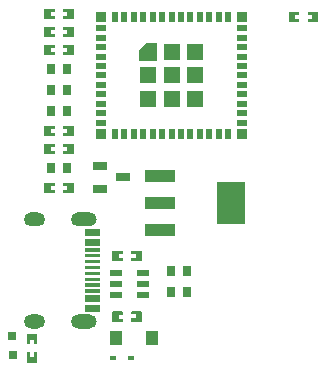
<source format=gtp>
G04 Layer: TopPasteMaskLayer*
G04 EasyEDA Pro v2.2.32.3, 2024-10-30 17:41:05*
G04 Gerber Generator version 0.3*
G04 Scale: 100 percent, Rotated: No, Reflected: No*
G04 Dimensions in millimeters*
G04 Leading zeros omitted, absolute positions, 3 integers and 5 decimals*
%FSLAX35Y35*%
%MOMM*%
%AMPolygonMacro1*4,1,5,-0.12499,0.72499,0.72499,0.72499,0.72499,-0.72499,-0.72499,-0.72499,-0.72499,0.12499,-0.12499,0.72499,0*%
%ADD10R,0.8X0.9*%
%ADD11R,0.8X0.9*%
%ADD12R,0.8X0.8*%
%ADD13R,0.55001X0.85001*%
%ADD14R,0.85001X0.55001*%
%ADD15R,1.45001X1.45001*%
%ADD16R,0.9X0.9*%
%ADD17R,0.85001X0.55001*%
%ADD18PolygonMacro1*%
%ADD19R,2.5050X1.1*%
%ADD20R,2.49999X1.1*%
%ADD21R,2.34X3.59999*%
%ADD22R,1.07201X0.532*%
%ADD23R,1.0X1.2*%
%ADD24R,0.6X0.4*%
%ADD25R,0.6X0.4*%
%ADD26R,1.25001X0.7*%
G75*


G04 PolygonModel Start*
G36*
G01X375798Y-933999D02*
G01X455798Y-933999D01*
G01X460799Y-928997D01*
G01X460799Y-906201D01*
G01X423799Y-906201D01*
G01X423799Y-873201D01*
G01X460799Y-873201D01*
G01X460799Y-848998D01*
G01X455798Y-843999D01*
G01X375798Y-843999D01*
G01X370799Y-848998D01*
G01X370799Y-928997D01*
G01X375798Y-933999D01*
G37*
G36*
G01X614802Y-844001D02*
G01X534802Y-844001D01*
G01X529801Y-849003D01*
G01X529801Y-871799D01*
G01X566801Y-871799D01*
G01X566801Y-904799D01*
G01X529801Y-904799D01*
G01X529801Y-929002D01*
G01X534802Y-934001D01*
G01X614802Y-934001D01*
G01X619801Y-929002D01*
G01X619801Y-849003D01*
G01X614802Y-844001D01*
G37*
G36*
G01X221701Y-3296798D02*
G01X221701Y-3376798D01*
G01X226703Y-3381799D01*
G01X249499Y-3381799D01*
G01X249499Y-3344799D01*
G01X282499Y-3344799D01*
G01X282499Y-3381799D01*
G01X306702Y-3381799D01*
G01X311701Y-3376798D01*
G01X311701Y-3296798D01*
G01X306702Y-3291799D01*
G01X226703Y-3291799D01*
G01X221701Y-3296798D01*
G37*
G36*
G01X311699Y-3535802D02*
G01X311699Y-3455802D01*
G01X306697Y-3450801D01*
G01X283901Y-3450801D01*
G01X283901Y-3487801D01*
G01X250901Y-3487801D01*
G01X250901Y-3450801D01*
G01X226698Y-3450801D01*
G01X221699Y-3455802D01*
G01X221699Y-3535802D01*
G01X226698Y-3540801D01*
G01X306697Y-3540801D01*
G01X311699Y-3535802D01*
G37*
G36*
G01X614802Y-539201D02*
G01X534802Y-539201D01*
G01X529801Y-544203D01*
G01X529801Y-566999D01*
G01X566801Y-566999D01*
G01X566801Y-599999D01*
G01X529801Y-599999D01*
G01X529801Y-624202D01*
G01X534802Y-629201D01*
G01X614802Y-629201D01*
G01X619801Y-624202D01*
G01X619801Y-544203D01*
G01X614802Y-539201D01*
G37*
G36*
G01X375798Y-629199D02*
G01X455798Y-629199D01*
G01X460799Y-624197D01*
G01X460799Y-601401D01*
G01X423799Y-601401D01*
G01X423799Y-568401D01*
G01X460799Y-568401D01*
G01X460799Y-544198D01*
G01X455798Y-539199D01*
G01X375798Y-539199D01*
G01X370799Y-544198D01*
G01X370799Y-624197D01*
G01X375798Y-629199D01*
G37*
G36*
G01X614802Y-691601D02*
G01X534802Y-691601D01*
G01X529801Y-696603D01*
G01X529801Y-719399D01*
G01X566801Y-719399D01*
G01X566801Y-752399D01*
G01X529801Y-752399D01*
G01X529801Y-776602D01*
G01X534802Y-781601D01*
G01X614802Y-781601D01*
G01X619801Y-776602D01*
G01X619801Y-696603D01*
G01X614802Y-691601D01*
G37*
G36*
G01X375798Y-781599D02*
G01X455798Y-781599D01*
G01X460799Y-776597D01*
G01X460799Y-753801D01*
G01X423799Y-753801D01*
G01X423799Y-720801D01*
G01X460799Y-720801D01*
G01X460799Y-696598D01*
G01X455798Y-691599D01*
G01X375798Y-691599D01*
G01X370799Y-696598D01*
G01X370799Y-776597D01*
G01X375798Y-781599D01*
G37*
G36*
G01X1191255Y-3100774D02*
G01X1111255Y-3100774D01*
G01X1106254Y-3105775D01*
G01X1106254Y-3128572D01*
G01X1143254Y-3128572D01*
G01X1143254Y-3161572D01*
G01X1106254Y-3161572D01*
G01X1106254Y-3185775D01*
G01X1111255Y-3190774D01*
G01X1191255Y-3190774D01*
G01X1196254Y-3185775D01*
G01X1196254Y-3105775D01*
G01X1191255Y-3100774D01*
G37*
G36*
G01X952251Y-3190771D02*
G01X1032251Y-3190771D01*
G01X1037252Y-3185770D01*
G01X1037252Y-3162974D01*
G01X1000252Y-3162974D01*
G01X1000252Y-3129974D01*
G01X1037252Y-3129974D01*
G01X1037252Y-3105770D01*
G01X1032251Y-3100772D01*
G01X952251Y-3100772D01*
G01X947252Y-3105770D01*
G01X947252Y-3185770D01*
G01X952251Y-3190771D01*
G37*
G36*
G01X1191255Y-2587879D02*
G01X1111255Y-2587879D01*
G01X1106254Y-2592880D01*
G01X1106254Y-2615677D01*
G01X1143254Y-2615677D01*
G01X1143254Y-2648676D01*
G01X1106254Y-2648676D01*
G01X1106254Y-2672880D01*
G01X1111255Y-2677879D01*
G01X1191255Y-2677879D01*
G01X1196254Y-2672880D01*
G01X1196254Y-2592880D01*
G01X1191255Y-2587879D01*
G37*
G36*
G01X952251Y-2677876D02*
G01X1032251Y-2677876D01*
G01X1037252Y-2672875D01*
G01X1037252Y-2650079D01*
G01X1000252Y-2650079D01*
G01X1000252Y-2617079D01*
G01X1037252Y-2617079D01*
G01X1037252Y-2592875D01*
G01X1032251Y-2587876D01*
G01X952251Y-2587876D01*
G01X947252Y-2592875D01*
G01X947252Y-2672875D01*
G01X952251Y-2677876D01*
G37*
G36*
G01X317256Y-3127919D02*
G02X317256Y-3247923I0J-60002D01*
G01X257264Y-3247923D01*
G02X257264Y-3127919I0J60002D01*
G01X317256Y-3127919D01*
G37*
G36*
G01X317256Y-2263915D02*
G02X317256Y-2383912I-390J-59999D01*
G01X257264Y-2383912D01*
G02X257264Y-2263915I390J59999D01*
G01X317256Y-2263915D01*
G37*
G36*
G01X755269Y-3127919D02*
G02X755269Y-3247923I0J-60002D01*
G01X655269Y-3247923D01*
G02X655269Y-3127919I0J60002D01*
G01X755269Y-3127919D01*
G37*
G36*
G01X755269Y-2263915D02*
G02X755269Y-2383912I-390J-59999D01*
G01X655269Y-2383912D01*
G02X655269Y-2263915I390J59999D01*
G01X755269Y-2263915D01*
G37*
G36*
G01X844525Y-2915910D02*
G01X844525Y-2945912D01*
G01X714517Y-2945912D01*
G01X714517Y-2915910D01*
G01X844525Y-2915910D01*
G37*
G36*
G01X844525Y-2865902D02*
G01X844525Y-2895905D01*
G01X714517Y-2895905D01*
G01X714517Y-2865902D01*
G01X844525Y-2865902D01*
G37*
G36*
G01X844525Y-2815907D02*
G01X844525Y-2845910D01*
G01X714517Y-2845910D01*
G01X714517Y-2815907D01*
G01X844525Y-2815907D01*
G37*
G36*
G01X844525Y-2765895D02*
G01X844525Y-2795897D01*
G01X714517Y-2795897D01*
G01X714517Y-2765895D01*
G01X844525Y-2765895D01*
G37*
G36*
G01X844525Y-2715913D02*
G01X844525Y-2745910D01*
G01X714517Y-2745910D01*
G01X714517Y-2715913D01*
G01X844525Y-2715913D01*
G37*
G36*
G01X844525Y-2665900D02*
G01X844525Y-2695903D01*
G01X714517Y-2695903D01*
G01X714517Y-2665900D01*
G01X844525Y-2665900D01*
G37*
G36*
G01X844525Y-2615910D02*
G01X844525Y-2645908D01*
G01X714517Y-2645908D01*
G01X714517Y-2615910D01*
G01X844525Y-2615910D01*
G37*
G36*
G01X844525Y-2565900D02*
G01X844525Y-2595895D01*
G01X714517Y-2595895D01*
G01X714517Y-2565900D01*
G01X844525Y-2565900D01*
G37*
G36*
G01X844525Y-2965910D02*
G01X844525Y-3025910D01*
G01X714517Y-3025910D01*
G01X714517Y-2965910D01*
G01X844525Y-2965910D01*
G37*
G36*
G01X844525Y-3045889D02*
G01X844525Y-3105894D01*
G01X714517Y-3105894D01*
G01X714517Y-3045889D01*
G01X844525Y-3045889D01*
G37*
G36*
G01X844525Y-2485895D02*
G01X844525Y-2545895D01*
G01X714517Y-2545895D01*
G01X714517Y-2485895D01*
G01X844525Y-2485895D01*
G37*
G36*
G01X844525Y-2405921D02*
G01X844525Y-2465916D01*
G01X714517Y-2465916D01*
G01X714517Y-2405921D01*
G01X844525Y-2405921D01*
G37*
G36*
G01X2684902Y-564601D02*
G01X2604902Y-564601D01*
G01X2599901Y-569603D01*
G01X2599901Y-592399D01*
G01X2636901Y-592399D01*
G01X2636901Y-625399D01*
G01X2599901Y-625399D01*
G01X2599901Y-649602D01*
G01X2604902Y-654601D01*
G01X2684902Y-654601D01*
G01X2689901Y-649602D01*
G01X2689901Y-569603D01*
G01X2684902Y-564601D01*
G37*
G36*
G01X2445898Y-654599D02*
G01X2525898Y-654599D01*
G01X2530899Y-649597D01*
G01X2530899Y-626801D01*
G01X2493899Y-626801D01*
G01X2493899Y-593801D01*
G01X2530899Y-593801D01*
G01X2530899Y-569598D01*
G01X2525898Y-564599D01*
G01X2445898Y-564599D01*
G01X2440899Y-569598D01*
G01X2440899Y-649597D01*
G01X2445898Y-654599D01*
G37*
G36*
G01X614802Y-1529801D02*
G01X534802Y-1529801D01*
G01X529801Y-1534803D01*
G01X529801Y-1557599D01*
G01X566801Y-1557599D01*
G01X566801Y-1590599D01*
G01X529801Y-1590599D01*
G01X529801Y-1614802D01*
G01X534802Y-1619801D01*
G01X614802Y-1619801D01*
G01X619801Y-1614802D01*
G01X619801Y-1534803D01*
G01X614802Y-1529801D01*
G37*
G36*
G01X375798Y-1619799D02*
G01X455798Y-1619799D01*
G01X460799Y-1614797D01*
G01X460799Y-1592001D01*
G01X423799Y-1592001D01*
G01X423799Y-1559001D01*
G01X460799Y-1559001D01*
G01X460799Y-1534798D01*
G01X455798Y-1529799D01*
G01X375798Y-1529799D01*
G01X370799Y-1534798D01*
G01X370799Y-1614797D01*
G01X375798Y-1619799D01*
G37*
G36*
G01X375798Y-1772199D02*
G01X455798Y-1772199D01*
G01X460799Y-1767197D01*
G01X460799Y-1744401D01*
G01X423799Y-1744401D01*
G01X423799Y-1711401D01*
G01X460799Y-1711401D01*
G01X460799Y-1687198D01*
G01X455798Y-1682199D01*
G01X375798Y-1682199D01*
G01X370799Y-1687198D01*
G01X370799Y-1767197D01*
G01X375798Y-1772199D01*
G37*
G36*
G01X614802Y-1682201D02*
G01X534802Y-1682201D01*
G01X529801Y-1687203D01*
G01X529801Y-1709999D01*
G01X566801Y-1709999D01*
G01X566801Y-1742999D01*
G01X529801Y-1742999D01*
G01X529801Y-1767202D01*
G01X534802Y-1772201D01*
G01X614802Y-1772201D01*
G01X619801Y-1767202D01*
G01X619801Y-1687203D01*
G01X614802Y-1682201D01*
G37*
G36*
G01X614802Y-2012401D02*
G01X534802Y-2012401D01*
G01X529801Y-2017403D01*
G01X529801Y-2040199D01*
G01X566801Y-2040199D01*
G01X566801Y-2073199D01*
G01X529801Y-2073199D01*
G01X529801Y-2097402D01*
G01X534802Y-2102401D01*
G01X614802Y-2102401D01*
G01X619801Y-2097402D01*
G01X619801Y-2017403D01*
G01X614802Y-2012401D01*
G37*
G36*
G01X375798Y-2102399D02*
G01X455798Y-2102399D01*
G01X460799Y-2097397D01*
G01X460799Y-2074601D01*
G01X423799Y-2074601D01*
G01X423799Y-2041601D01*
G01X460799Y-2041601D01*
G01X460799Y-2017398D01*
G01X455798Y-2012399D01*
G01X375798Y-2012399D01*
G01X370799Y-2017398D01*
G01X370799Y-2097397D01*
G01X375798Y-2102399D01*
G37*

G04 Pad Start*
G54D10*
G01X425298Y-1231900D03*
G01X565302Y-1231900D03*
G01X425298Y-1054100D03*
G01X565302Y-1054100D03*
G54D11*
G01X565302Y-1409700D03*
G01X425298Y-1409700D03*
G54D10*
G01X1442725Y-2758336D03*
G01X1582730Y-2758336D03*
G01X1442725Y-2936136D03*
G01X1582730Y-2936136D03*
G54D12*
G01X101262Y-3310953D03*
G01X101948Y-3470846D03*
G54D13*
G01X1127824Y-609900D03*
G01X1207834Y-609900D03*
G01X1287818Y-609900D03*
G01X1367828Y-609900D03*
G01X1447838Y-609900D03*
G01X1527823Y-609900D03*
G01X1607833Y-609900D03*
G01X1687817Y-609900D03*
G01X1767827Y-609900D03*
G01X1847812Y-609900D03*
G01X1927822Y-609900D03*
G54D14*
G01X2042808Y-1104895D03*
G01X2042808Y-1184905D03*
G01X2042808Y-1264890D03*
G01X2042808Y-1344900D03*
G01X2042808Y-1424910D03*
G01X2042808Y-1504894D03*
G54D13*
G01X967804Y-1599890D03*
G01X1047814Y-1599890D03*
G01X1127798Y-1599890D03*
G01X1207808Y-1599890D03*
G54D15*
G01X1447813Y-1104895D03*
G54D16*
G01X852818Y-609900D03*
G01X852818Y-1599890D03*
G01X2042808Y-1599890D03*
G01X2042808Y-609900D03*
G54D17*
G01X852818Y-704896D03*
G01X852818Y-784906D03*
G01X852818Y-864890D03*
G01X852818Y-944900D03*
G01X852818Y-1024885D03*
G01X852818Y-1104895D03*
G01X852818Y-1184880D03*
G01X852818Y-1264890D03*
G01X852818Y-1344900D03*
G01X852818Y-1424884D03*
G01X852818Y-1504894D03*
G54D13*
G01X1287818Y-1599890D03*
G01X1367828Y-1599890D03*
G01X1447813Y-1599890D03*
G01X1527823Y-1599890D03*
G01X1607807Y-1599890D03*
G01X1687817Y-1599890D03*
G01X1767802Y-1599890D03*
G01X1847812Y-1599890D03*
G01X1927822Y-1599890D03*
G54D17*
G01X2042808Y-1024910D03*
G01X2042808Y-944900D03*
G01X2042808Y-864916D03*
G01X2042808Y-784880D03*
G01X2042808Y-704896D03*
G54D13*
G01X1047814Y-609900D03*
G01X967804Y-609900D03*
G54D15*
G01X1645298Y-1104895D03*
G01X1645298Y-907410D03*
G01X1447813Y-907410D03*
G01X1250302Y-1104895D03*
G01X1250302Y-1302405D03*
G01X1447813Y-1302405D03*
G01X1645298Y-1302405D03*
G54D18*
G01X1250300Y-907400D03*
G54D20*
G01X1354005Y-1954403D03*
G01X1354005Y-2184400D03*
G01X1354005Y-2414397D03*
G54D21*
G01X1947997Y-2184400D03*
G54D22*
G01X1209044Y-2966671D03*
G01X1209044Y-2871675D03*
G01X1209044Y-2776679D03*
G01X979225Y-2776679D03*
G01X979225Y-2871675D03*
G01X979225Y-2966671D03*
G54D23*
G01X975624Y-3329046D03*
G01X1285606Y-3329046D03*
G54D24*
G01X955624Y-3496478D03*
G54D25*
G01X1105611Y-3496478D03*
G54D11*
G01X565302Y-1892300D03*
G01X425298Y-1892300D03*
G54D26*
G01X839800Y-1873504D03*
G01X839800Y-2063496D03*
G01X1039800Y-1968500D03*
G04 Pad End*

M02*


</source>
